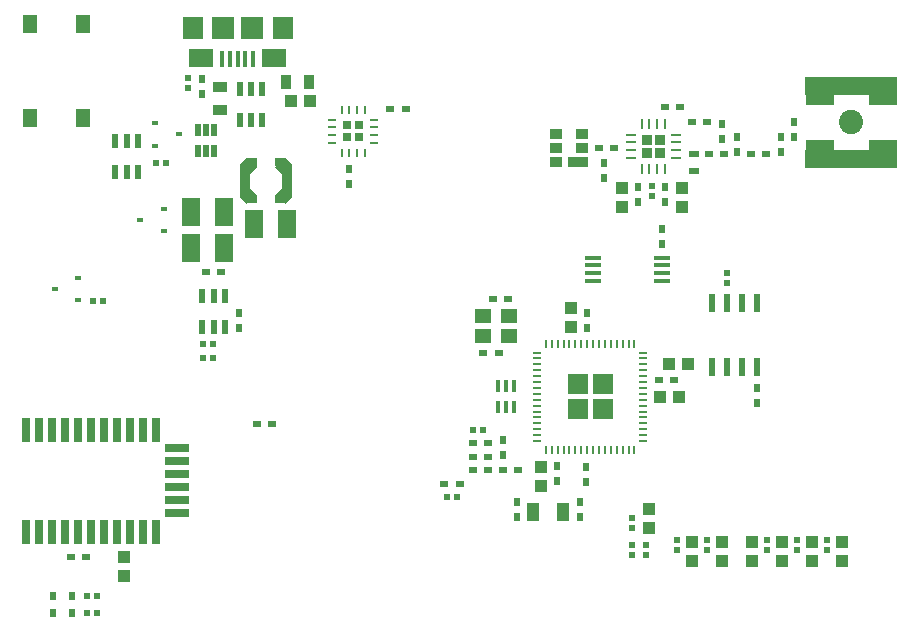
<source format=gtp>
G04 (created by PCBNEW (2013-07-07 BZR 4022)-stable) date 11/17/2016 10:00:46 AM*
%MOIN*%
G04 Gerber Fmt 3.4, Leading zero omitted, Abs format*
%FSLAX34Y34*%
G01*
G70*
G90*
G04 APERTURE LIST*
%ADD10C,0.00590551*%
%ADD11R,0.096063X0.096063*%
%ADD12C,0.0807087*%
%ADD13R,0.305512X0.0629921*%
%ADD14R,0.0350394X0.0305118*%
%ADD15R,0.034252X0.109843*%
%ADD16R,0.023622X0.0275591*%
%ADD17R,0.0472441X0.0354331*%
%ADD18R,0.0354331X0.0472441*%
%ADD19R,0.0669291X0.0318898*%
%ADD20R,0.0413386X0.0318898*%
%ADD21R,0.0393701X0.0610236*%
%ADD22R,0.0185039X0.0393701*%
%ADD23R,0.0570866X0.0177165*%
%ADD24R,0.023622X0.0610236*%
%ADD25R,0.0244094X0.0480315*%
%ADD26R,0.019685X0.015748*%
%ADD27R,0.023622X0.0314961*%
%ADD28R,0.0314961X0.023622*%
%ADD29R,0.0393701X0.0393701*%
%ADD30R,0.0137795X0.0393701*%
%ADD31R,0.0590551X0.0944882*%
%ADD32R,0.0511811X0.0610236*%
%ADD33R,0.015748X0.0531496*%
%ADD34R,0.0826772X0.0629921*%
%ADD35R,0.0708661X0.0748031*%
%ADD36R,0.0748031X0.0748031*%
%ADD37R,0.0275591X0.0787402*%
%ADD38R,0.0787402X0.0275591*%
%ADD39R,0.0334646X0.0246063*%
%ADD40R,0.0551181X0.0472441*%
%ADD41R,0.0708661X0.0708661*%
%ADD42R,0.00905512X0.0314961*%
%ADD43R,0.0314961X0.00905512*%
%ADD44R,0.023622X0.0216535*%
%ADD45R,0.0216535X0.023622*%
%ADD46R,0.0259843X0.0259843*%
%ADD47R,0.0314961X0.0110236*%
%ADD48R,0.0110236X0.0314961*%
%ADD49R,0.0354331X0.0354331*%
%ADD50R,0.00984252X0.0354331*%
%ADD51R,0.0354331X0.00984252*%
G04 APERTURE END LIST*
G54D10*
G54D11*
X84252Y-41702D03*
X86347Y-41702D03*
X86347Y-43797D03*
G54D12*
X85300Y-42750D03*
G54D13*
X85300Y-43962D03*
X85300Y-41537D03*
G54D11*
X84252Y-43797D03*
G54D10*
G36*
X65154Y-45465D02*
X64933Y-45249D01*
X64933Y-44150D01*
X65154Y-43934D01*
X65154Y-45465D01*
X65154Y-45465D01*
G37*
G36*
X66445Y-43934D02*
X66666Y-44150D01*
X66666Y-45249D01*
X66445Y-45465D01*
X66445Y-43934D01*
X66445Y-43934D01*
G37*
G54D14*
X65329Y-44086D03*
X65329Y-45313D03*
X66270Y-45313D03*
X66270Y-44086D03*
G54D10*
G36*
X64985Y-44184D02*
X65217Y-43952D01*
X65503Y-44239D01*
X65272Y-44470D01*
X64985Y-44184D01*
X64985Y-44184D01*
G37*
G54D15*
X65105Y-44700D03*
G54D10*
G36*
X65217Y-45447D02*
X64985Y-45215D01*
X65272Y-44929D01*
X65503Y-45160D01*
X65217Y-45447D01*
X65217Y-45447D01*
G37*
G36*
X66327Y-44470D02*
X66096Y-44239D01*
X66382Y-43952D01*
X66614Y-44184D01*
X66327Y-44470D01*
X66327Y-44470D01*
G37*
G36*
X66096Y-45160D02*
X66327Y-44929D01*
X66614Y-45215D01*
X66382Y-45447D01*
X66096Y-45160D01*
X66096Y-45160D01*
G37*
G54D15*
X66494Y-44700D03*
G54D16*
X59314Y-59100D03*
X58685Y-59100D03*
X59314Y-58550D03*
X58685Y-58550D03*
G54D17*
X64250Y-41575D03*
X64250Y-42324D03*
G54D18*
X66475Y-41400D03*
X67224Y-41400D03*
G54D19*
X76195Y-44070D03*
G54D20*
X76323Y-43600D03*
X76323Y-43129D03*
X75476Y-43129D03*
X75476Y-43600D03*
X75476Y-44070D03*
G54D21*
X75711Y-55750D03*
X74688Y-55750D03*
G54D22*
X63544Y-43704D03*
X63800Y-43704D03*
X64055Y-43704D03*
X64055Y-42995D03*
X63800Y-42995D03*
X63544Y-42995D03*
G54D23*
X76688Y-47266D03*
X76688Y-47522D03*
X76688Y-47777D03*
X76688Y-48033D03*
X79011Y-48033D03*
X79011Y-47777D03*
X79011Y-47522D03*
X79011Y-47266D03*
G54D24*
X82150Y-48787D03*
X81650Y-48787D03*
X81150Y-48787D03*
X80650Y-48787D03*
X80650Y-50912D03*
X81150Y-50912D03*
X81650Y-50912D03*
X82150Y-50912D03*
G54D25*
X64424Y-48534D03*
X64050Y-48534D03*
X63675Y-48534D03*
X63675Y-49565D03*
X64050Y-49565D03*
X64424Y-49565D03*
X64925Y-42665D03*
X65300Y-42665D03*
X65674Y-42665D03*
X65674Y-41634D03*
X65300Y-41634D03*
X64925Y-41634D03*
G54D26*
X59543Y-48674D03*
X59543Y-47925D03*
X58756Y-48300D03*
G54D27*
X77050Y-44094D03*
X77050Y-44601D03*
X82950Y-43755D03*
X82950Y-43248D03*
X81500Y-43755D03*
X81500Y-43248D03*
G54D28*
X77405Y-43600D03*
X76898Y-43600D03*
G54D27*
X83400Y-42744D03*
X83400Y-43251D03*
G54D28*
X82455Y-43800D03*
X81948Y-43800D03*
G54D29*
X78935Y-51900D03*
X79564Y-51900D03*
G54D30*
X73544Y-52254D03*
X73800Y-52254D03*
X74055Y-52254D03*
X74055Y-51545D03*
X73800Y-51545D03*
X73544Y-51545D03*
G54D28*
X63794Y-47750D03*
X64301Y-47750D03*
G54D27*
X82150Y-51594D03*
X82150Y-52101D03*
G54D31*
X63298Y-45750D03*
X64401Y-45750D03*
G54D29*
X83000Y-56735D03*
X83000Y-57364D03*
X85000Y-56735D03*
X85000Y-57364D03*
X82000Y-56735D03*
X82000Y-57364D03*
X81000Y-56735D03*
X81000Y-57364D03*
X80000Y-56735D03*
X80000Y-57364D03*
X78550Y-55635D03*
X78550Y-56264D03*
X84000Y-56735D03*
X84000Y-57364D03*
X77650Y-45564D03*
X77650Y-44935D03*
X79650Y-45564D03*
X79650Y-44935D03*
X74950Y-54235D03*
X74950Y-54864D03*
X79235Y-50800D03*
X79864Y-50800D03*
X75950Y-49564D03*
X75950Y-48935D03*
X67264Y-42050D03*
X66635Y-42050D03*
X61050Y-57235D03*
X61050Y-57864D03*
G54D32*
X57914Y-42614D03*
X57914Y-39485D03*
X59685Y-42614D03*
X59685Y-39485D03*
G54D28*
X80505Y-42750D03*
X79998Y-42750D03*
X81055Y-43800D03*
X80548Y-43800D03*
G54D27*
X79000Y-46805D03*
X79000Y-46298D03*
G54D28*
X66005Y-52800D03*
X65498Y-52800D03*
G54D27*
X64900Y-49605D03*
X64900Y-49098D03*
X78200Y-45405D03*
X78200Y-44898D03*
G54D28*
X71744Y-54800D03*
X72251Y-54800D03*
G54D27*
X74150Y-55905D03*
X74150Y-55398D03*
X76250Y-55905D03*
X76250Y-55398D03*
G54D28*
X73044Y-50450D03*
X73551Y-50450D03*
X73855Y-48650D03*
X73348Y-48650D03*
X73205Y-53450D03*
X72698Y-53450D03*
G54D27*
X73700Y-53344D03*
X73700Y-53851D03*
G54D28*
X73205Y-53900D03*
X72698Y-53900D03*
G54D27*
X75500Y-54194D03*
X75500Y-54701D03*
G54D28*
X78894Y-51350D03*
X79401Y-51350D03*
G54D27*
X76500Y-49605D03*
X76500Y-49098D03*
G54D28*
X73205Y-54350D03*
X72698Y-54350D03*
X69944Y-42300D03*
X70451Y-42300D03*
G54D27*
X68550Y-44294D03*
X68550Y-44801D03*
X79100Y-45405D03*
X79100Y-44898D03*
X63650Y-41294D03*
X63650Y-41801D03*
G54D28*
X79605Y-42250D03*
X79098Y-42250D03*
G54D27*
X76450Y-54244D03*
X76450Y-54751D03*
X81000Y-43305D03*
X81000Y-42798D03*
G54D28*
X73694Y-54350D03*
X74201Y-54350D03*
G54D31*
X63298Y-46950D03*
X64401Y-46950D03*
X66501Y-46150D03*
X65398Y-46150D03*
G54D33*
X65361Y-40653D03*
X65105Y-40653D03*
X64850Y-40653D03*
X64594Y-40653D03*
X64338Y-40653D03*
G54D34*
X66070Y-40603D03*
G54D35*
X66346Y-39600D03*
G54D36*
X65322Y-39600D03*
X64377Y-39600D03*
G54D35*
X63353Y-39600D03*
G54D34*
X63629Y-40603D03*
G54D37*
X57801Y-56400D03*
X58234Y-56400D03*
X58667Y-56400D03*
X59100Y-56400D03*
X59533Y-56400D03*
X59966Y-56400D03*
X60400Y-56400D03*
X60833Y-56400D03*
X61266Y-56400D03*
X61699Y-56400D03*
X62132Y-56400D03*
G54D38*
X62840Y-55782D03*
X62840Y-55349D03*
X62840Y-54916D03*
X62840Y-54483D03*
X62840Y-54050D03*
X62840Y-53617D03*
G54D37*
X62132Y-52999D03*
X61699Y-52999D03*
X61266Y-52999D03*
X60833Y-52999D03*
X60400Y-52999D03*
X59966Y-52999D03*
X59533Y-52999D03*
X59100Y-52999D03*
X58667Y-52999D03*
X58234Y-52999D03*
X57801Y-52999D03*
G54D39*
X80050Y-44385D03*
X80050Y-43814D03*
G54D40*
X73016Y-49215D03*
X73016Y-49884D03*
X73883Y-49884D03*
X73883Y-49215D03*
G54D25*
X60775Y-44415D03*
X61150Y-44415D03*
X61524Y-44415D03*
X61524Y-43384D03*
X61150Y-43384D03*
X60775Y-43384D03*
G54D26*
X62393Y-46374D03*
X62393Y-45625D03*
X61606Y-46000D03*
X62106Y-42775D03*
X62106Y-43524D03*
X62893Y-43150D03*
G54D28*
X59294Y-57250D03*
X59801Y-57250D03*
G54D41*
X76186Y-51486D03*
X76186Y-52313D03*
X77013Y-52313D03*
G54D42*
X76501Y-53661D03*
X76304Y-53661D03*
X76107Y-53661D03*
X75911Y-53661D03*
X75714Y-53661D03*
X75517Y-53661D03*
X75320Y-53661D03*
X75123Y-53661D03*
X76698Y-53661D03*
X76895Y-53661D03*
X77092Y-53661D03*
X77288Y-53661D03*
X77485Y-53661D03*
X77682Y-53661D03*
X77879Y-53661D03*
X78076Y-53661D03*
G54D43*
X78361Y-53376D03*
X78361Y-53179D03*
X78361Y-52982D03*
X78361Y-52785D03*
X78361Y-52588D03*
X78361Y-52392D03*
X78361Y-52195D03*
X78361Y-51998D03*
X78361Y-51801D03*
X78361Y-51604D03*
X78361Y-51407D03*
X78361Y-51211D03*
X78361Y-51014D03*
X78361Y-50817D03*
X78361Y-50620D03*
X78361Y-50423D03*
X74838Y-53376D03*
X74838Y-53179D03*
X74838Y-52982D03*
X74838Y-52785D03*
X74838Y-52588D03*
X74838Y-52392D03*
X74838Y-52195D03*
X74838Y-51998D03*
X74838Y-51801D03*
X74838Y-51604D03*
X74838Y-51407D03*
X74838Y-51211D03*
X74838Y-51014D03*
X74838Y-50817D03*
X74838Y-50620D03*
X74838Y-50423D03*
G54D42*
X75123Y-50138D03*
X75320Y-50138D03*
X75517Y-50138D03*
X75714Y-50138D03*
X75911Y-50138D03*
X76107Y-50138D03*
X76304Y-50138D03*
X76501Y-50138D03*
X76698Y-50138D03*
X76895Y-50138D03*
X77092Y-50138D03*
X77288Y-50138D03*
X77485Y-50138D03*
X77682Y-50138D03*
X77879Y-50138D03*
X78076Y-50138D03*
G54D41*
X77013Y-51486D03*
G54D44*
X62467Y-44100D03*
X62132Y-44100D03*
G54D45*
X78000Y-56267D03*
X78000Y-55932D03*
G54D44*
X64017Y-50600D03*
X63682Y-50600D03*
X73017Y-53000D03*
X72682Y-53000D03*
X63682Y-50150D03*
X64017Y-50150D03*
X72167Y-55250D03*
X71832Y-55250D03*
X60167Y-58550D03*
X59832Y-58550D03*
G54D45*
X63200Y-41617D03*
X63200Y-41282D03*
G54D44*
X60167Y-59100D03*
X59832Y-59100D03*
G54D45*
X78650Y-44882D03*
X78650Y-45217D03*
X81150Y-48117D03*
X81150Y-47782D03*
X78450Y-56832D03*
X78450Y-57167D03*
X78000Y-57167D03*
X78000Y-56832D03*
X79500Y-57017D03*
X79500Y-56682D03*
X80500Y-57017D03*
X80500Y-56682D03*
X82500Y-57017D03*
X82500Y-56682D03*
X83500Y-57017D03*
X83500Y-56682D03*
X84500Y-57017D03*
X84500Y-56682D03*
G54D44*
X60032Y-48700D03*
X60367Y-48700D03*
G54D46*
X68493Y-42843D03*
X68906Y-42843D03*
X68493Y-43256D03*
G54D47*
X69408Y-43433D03*
X69408Y-43177D03*
X69408Y-42922D03*
X69408Y-42666D03*
G54D48*
X69083Y-42341D03*
X68827Y-42341D03*
X68572Y-42341D03*
X68316Y-42341D03*
G54D47*
X67991Y-42666D03*
X67991Y-42922D03*
X67991Y-43177D03*
X67991Y-43433D03*
G54D48*
X68316Y-43758D03*
X68572Y-43758D03*
X68827Y-43758D03*
X69083Y-43758D03*
G54D46*
X68906Y-43256D03*
G54D49*
X78912Y-43337D03*
X78487Y-43337D03*
X78487Y-43762D03*
G54D50*
X78316Y-44298D03*
X78572Y-44298D03*
X78827Y-44298D03*
X79083Y-44298D03*
X79083Y-42801D03*
X78827Y-42801D03*
X78572Y-42801D03*
X78316Y-42801D03*
G54D51*
X79448Y-43933D03*
X79448Y-43677D03*
X79448Y-43422D03*
X79448Y-43166D03*
X77951Y-43166D03*
X77951Y-43422D03*
X77951Y-43677D03*
X77951Y-43933D03*
G54D49*
X78912Y-43762D03*
M02*

</source>
